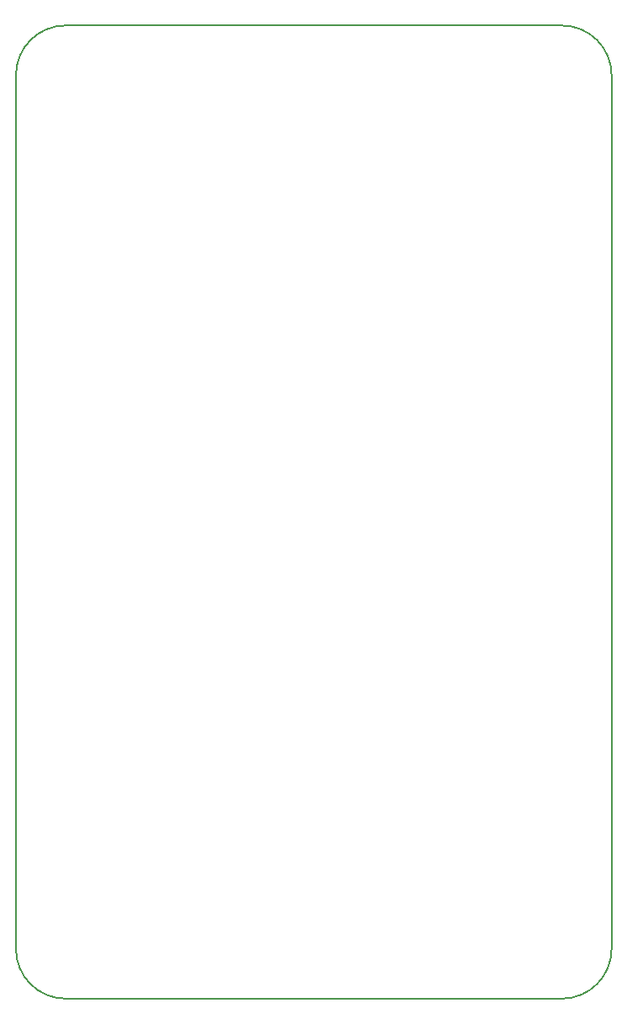
<source format=gm1>
G04 #@! TF.GenerationSoftware,KiCad,Pcbnew,no-vcs-found-9413793~61~ubuntu17.10.1*
G04 #@! TF.CreationDate,2017-12-18T18:39:30-05:00*
G04 #@! TF.ProjectId,ENNOID Dual Gate Driver,454E4E4F4944204475616C2047617465,rev?*
G04 #@! TF.SameCoordinates,Original*
G04 #@! TF.FileFunction,Profile,NP*
%FSLAX46Y46*%
G04 Gerber Fmt 4.6, Leading zero omitted, Abs format (unit mm)*
G04 Created by KiCad (PCBNEW no-vcs-found-9413793~61~ubuntu17.10.1) date Mon Dec 18 18:39:30 2017*
%MOMM*%
%LPD*%
G01*
G04 APERTURE LIST*
%ADD10C,0.200000*%
G04 APERTURE END LIST*
D10*
X5000000Y-98000000D02*
G75*
G02X0Y-93000000I0J5000000D01*
G01*
X55000000Y0D02*
G75*
G02X60000000Y-5000000I0J-5000000D01*
G01*
X0Y-5000000D02*
X0Y-93000000D01*
X60000000Y-93000000D02*
G75*
G02X55000000Y-98000000I-5000000J0D01*
G01*
X5000000Y-98000000D02*
X55000000Y-98000000D01*
X55000000Y0D02*
X5000000Y0D01*
X60000000Y-93000000D02*
X60000000Y-5000000D01*
X0Y-5000000D02*
G75*
G02X5000000Y0I5000000J0D01*
G01*
M02*

</source>
